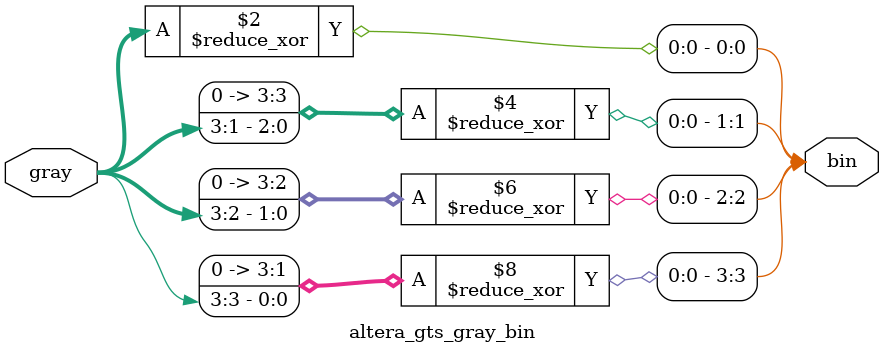
<source format=v>


`timescale 1ns / 1ps
// synthesis translate_on

module altera_gts_gray_bin #(
    parameter SIZE = 4
) (
    input [SIZE-1:0]    gray,
    output [SIZE-1:0]   bin
);

genvar i;
generate
    for (i=0; i<SIZE; i=i+1) begin: gray_bin_combi
        assign bin[i] = ^(gray >> i);
    end
endgenerate

//always @* begin
//    for (int i=0; i<SIZE; i=i+1)
//        bin[i] = ^(gray >> i);
//end

endmodule

</source>
